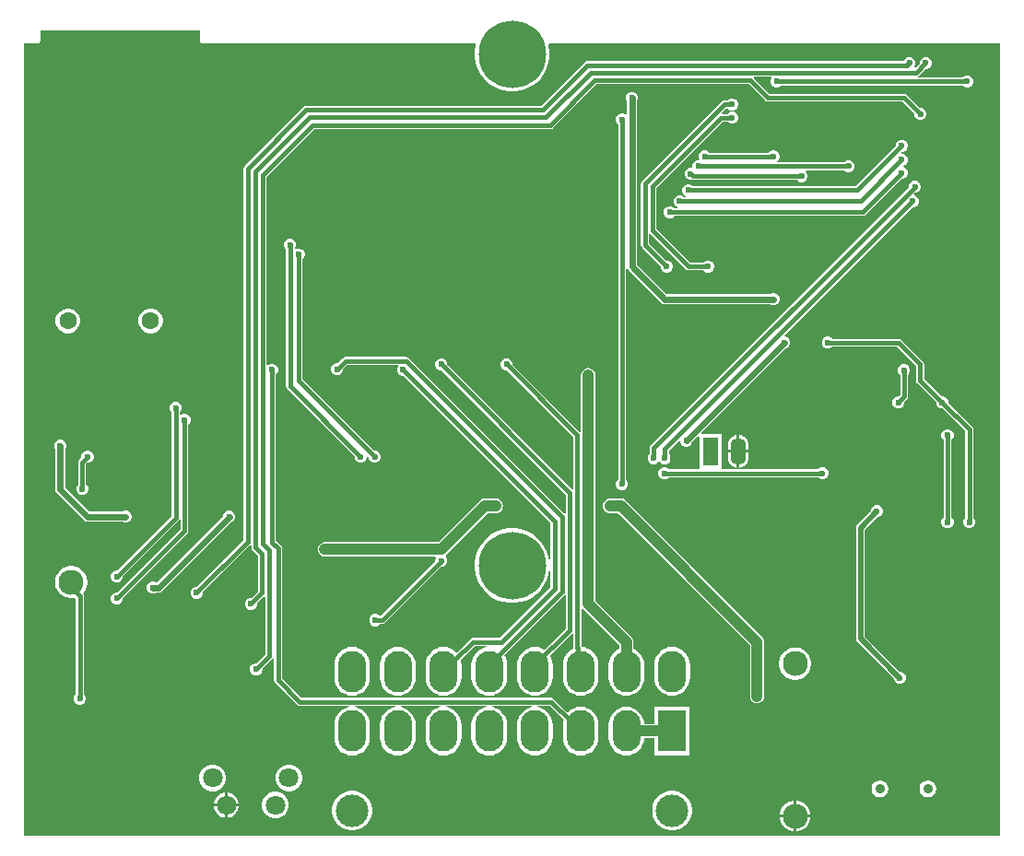
<source format=gbl>
G04*
G04 #@! TF.GenerationSoftware,Altium Limited,Altium Designer,22.10.1 (41)*
G04*
G04 Layer_Physical_Order=2*
G04 Layer_Color=6502151*
%FSLAX25Y25*%
%MOIN*%
G70*
G04*
G04 #@! TF.SameCoordinates,26C55208-6D98-4306-9539-90E50C8D8735*
G04*
G04*
G04 #@! TF.FilePolarity,Positive*
G04*
G01*
G75*
%ADD80C,0.03543*%
%ADD81C,0.09055*%
%ADD82C,0.24410*%
%ADD84C,0.11811*%
%ADD94C,0.02362*%
%ADD95C,0.01575*%
%ADD96C,0.03937*%
%ADD97C,0.01968*%
%ADD107C,0.01299*%
%ADD108R,0.03543X0.01968*%
%ADD109O,0.10236X0.14961*%
%ADD110R,0.10236X0.14961*%
%ADD111O,0.05512X0.09843*%
%ADD112R,0.05512X0.09843*%
%ADD113C,0.06299*%
%ADD114C,0.07087*%
%ADD115C,0.02362*%
G36*
X64339Y288386D02*
X64416Y287997D01*
X64636Y287668D01*
X64966Y287448D01*
X65354Y287370D01*
X84946D01*
X85039Y287370D01*
X85433Y287402D01*
X85433Y287402D01*
X163820D01*
X164114Y286997D01*
X163994Y286627D01*
X163661Y284527D01*
Y282402D01*
X163994Y280302D01*
X164651Y278281D01*
X165616Y276387D01*
X166865Y274667D01*
X168368Y273164D01*
X170088Y271915D01*
X171982Y270950D01*
X174003Y270293D01*
X176103Y269961D01*
X178228D01*
X180327Y270293D01*
X182349Y270950D01*
X184243Y271915D01*
X185963Y273164D01*
X187466Y274667D01*
X188715Y276387D01*
X189680Y278281D01*
X190337Y280302D01*
X190669Y282402D01*
Y284527D01*
X190337Y286627D01*
X190217Y286997D01*
X190510Y287402D01*
X353543D01*
Y787D01*
X787D01*
Y287370D01*
X5512D01*
X5900Y287448D01*
X6230Y287668D01*
X6450Y287997D01*
X6527Y288386D01*
Y292126D01*
X64339D01*
Y288386D01*
D02*
G37*
%LPC*%
G36*
X327205Y282496D02*
X326338D01*
X325536Y282164D01*
X324923Y281551D01*
X324590Y280749D01*
Y280138D01*
X322946Y278494D01*
X322855Y278512D01*
X322690Y279054D01*
X322715Y279080D01*
X323047Y279881D01*
Y280749D01*
X322715Y281551D01*
X322102Y282164D01*
X321300Y282496D01*
X320432D01*
X319631Y282164D01*
X319017Y281551D01*
X318766Y280944D01*
X204331D01*
X203788Y280837D01*
X203329Y280529D01*
X187602Y264803D01*
X102756D01*
X102214Y264695D01*
X101754Y264388D01*
X80494Y243128D01*
X80187Y242668D01*
X80079Y242126D01*
Y107674D01*
X63169Y90764D01*
X62558D01*
X61757Y90432D01*
X61143Y89818D01*
X60811Y89016D01*
Y88149D01*
X61143Y87347D01*
X61757Y86734D01*
X62558Y86402D01*
X63426D01*
X64228Y86734D01*
X64841Y87347D01*
X65173Y88149D01*
Y88760D01*
X82335Y105922D01*
X82835Y105714D01*
Y105118D01*
X82943Y104576D01*
X83250Y104116D01*
X85197Y102169D01*
Y89170D01*
X82854Y86827D01*
X82243D01*
X81442Y86495D01*
X80828Y85881D01*
X80496Y85079D01*
Y84212D01*
X80828Y83410D01*
X81442Y82797D01*
X82243Y82465D01*
X83111D01*
X83913Y82797D01*
X84526Y83410D01*
X84858Y84212D01*
Y84823D01*
X87453Y87418D01*
X87953Y87211D01*
Y66335D01*
X84823Y63205D01*
X84212D01*
X83410Y62873D01*
X82797Y62259D01*
X82465Y61458D01*
Y60590D01*
X82797Y59788D01*
X83410Y59175D01*
X84212Y58842D01*
X85079D01*
X85881Y59175D01*
X86495Y59788D01*
X86827Y60590D01*
Y61201D01*
X90372Y64746D01*
X90603Y65091D01*
X91103Y64967D01*
Y57087D01*
X91211Y56544D01*
X91518Y56085D01*
X99392Y48211D01*
X99851Y47903D01*
X100394Y47796D01*
X118275D01*
X118300Y47296D01*
X118033Y47269D01*
X116824Y46902D01*
X115709Y46306D01*
X114732Y45505D01*
X113930Y44527D01*
X113334Y43413D01*
X112967Y42203D01*
X112843Y40945D01*
Y36220D01*
X112967Y34962D01*
X113334Y33753D01*
X113930Y32638D01*
X114732Y31661D01*
X115709Y30859D01*
X116824Y30263D01*
X118033Y29896D01*
X119291Y29772D01*
X120549Y29896D01*
X121759Y30263D01*
X122874Y30859D01*
X123851Y31661D01*
X124653Y32638D01*
X125249Y33753D01*
X125616Y34962D01*
X125740Y36220D01*
Y40945D01*
X125616Y42203D01*
X125249Y43413D01*
X124653Y44527D01*
X123851Y45505D01*
X122874Y46306D01*
X121759Y46902D01*
X120549Y47269D01*
X120283Y47296D01*
X120307Y47796D01*
X134811D01*
X134835Y47296D01*
X134569Y47269D01*
X133359Y46902D01*
X132244Y46306D01*
X131267Y45505D01*
X130465Y44527D01*
X129869Y43413D01*
X129502Y42203D01*
X129378Y40945D01*
Y36220D01*
X129502Y34962D01*
X129869Y33753D01*
X130465Y32638D01*
X131267Y31661D01*
X132244Y30859D01*
X133359Y30263D01*
X134569Y29896D01*
X135827Y29772D01*
X137085Y29896D01*
X138294Y30263D01*
X139409Y30859D01*
X140386Y31661D01*
X141188Y32638D01*
X141784Y33753D01*
X142151Y34962D01*
X142275Y36220D01*
Y40945D01*
X142151Y42203D01*
X141784Y43413D01*
X141188Y44527D01*
X140386Y45505D01*
X139409Y46306D01*
X138294Y46902D01*
X137085Y47269D01*
X136818Y47296D01*
X136843Y47796D01*
X151346D01*
X151371Y47296D01*
X151104Y47269D01*
X149894Y46902D01*
X148780Y46306D01*
X147802Y45505D01*
X147001Y44527D01*
X146405Y43413D01*
X146038Y42203D01*
X145914Y40945D01*
Y36220D01*
X146038Y34962D01*
X146405Y33753D01*
X147001Y32638D01*
X147802Y31661D01*
X148780Y30859D01*
X149894Y30263D01*
X151104Y29896D01*
X152362Y29772D01*
X153620Y29896D01*
X154830Y30263D01*
X155945Y30859D01*
X156922Y31661D01*
X157724Y32638D01*
X158320Y33753D01*
X158687Y34962D01*
X158811Y36220D01*
Y40945D01*
X158687Y42203D01*
X158320Y43413D01*
X157724Y44527D01*
X156922Y45505D01*
X155945Y46306D01*
X154830Y46902D01*
X153620Y47269D01*
X153354Y47296D01*
X153378Y47796D01*
X167882D01*
X167906Y47296D01*
X167640Y47269D01*
X166430Y46902D01*
X165315Y46306D01*
X164338Y45505D01*
X163536Y44527D01*
X162940Y43413D01*
X162573Y42203D01*
X162449Y40945D01*
Y36220D01*
X162573Y34962D01*
X162940Y33753D01*
X163536Y32638D01*
X164338Y31661D01*
X165315Y30859D01*
X166430Y30263D01*
X167640Y29896D01*
X168898Y29772D01*
X170156Y29896D01*
X171365Y30263D01*
X172480Y30859D01*
X173457Y31661D01*
X174259Y32638D01*
X174855Y33753D01*
X175222Y34962D01*
X175346Y36220D01*
Y40945D01*
X175222Y42203D01*
X174855Y43413D01*
X174259Y44527D01*
X173457Y45505D01*
X172480Y46306D01*
X171365Y46902D01*
X170156Y47269D01*
X169889Y47296D01*
X169914Y47796D01*
X184417D01*
X184442Y47296D01*
X184175Y47269D01*
X182965Y46902D01*
X181851Y46306D01*
X180873Y45505D01*
X180071Y44527D01*
X179475Y43413D01*
X179109Y42203D01*
X178985Y40945D01*
Y36220D01*
X179109Y34962D01*
X179475Y33753D01*
X180071Y32638D01*
X180873Y31661D01*
X181851Y30859D01*
X182965Y30263D01*
X184175Y29896D01*
X185433Y29772D01*
X186691Y29896D01*
X187901Y30263D01*
X189016Y30859D01*
X189993Y31661D01*
X190795Y32638D01*
X191391Y33753D01*
X191758Y34962D01*
X191881Y36220D01*
Y40945D01*
X191758Y42203D01*
X191391Y43413D01*
X190795Y44527D01*
X189993Y45505D01*
X189016Y46306D01*
X187901Y46902D01*
X186691Y47269D01*
X186424Y47296D01*
X186449Y47796D01*
X190752D01*
X195807Y42740D01*
X195644Y42203D01*
X195520Y40945D01*
Y36220D01*
X195644Y34962D01*
X196011Y33753D01*
X196607Y32638D01*
X197409Y31661D01*
X198386Y30859D01*
X199501Y30263D01*
X200711Y29896D01*
X201969Y29772D01*
X203226Y29896D01*
X204436Y30263D01*
X205551Y30859D01*
X206528Y31661D01*
X207330Y32638D01*
X207926Y33753D01*
X208293Y34962D01*
X208417Y36220D01*
Y40945D01*
X208293Y42203D01*
X207926Y43413D01*
X207330Y44527D01*
X206528Y45505D01*
X205551Y46306D01*
X204436Y46902D01*
X203226Y47269D01*
X201969Y47393D01*
X200711Y47269D01*
X199501Y46902D01*
X198386Y46306D01*
X197409Y45505D01*
X197067Y45488D01*
X192341Y50215D01*
X191881Y50522D01*
X191339Y50630D01*
X100981D01*
X93937Y57674D01*
Y104724D01*
X93829Y105267D01*
X93522Y105726D01*
X91776Y107472D01*
Y167601D01*
X92208Y168033D01*
X92540Y168835D01*
Y169703D01*
X92208Y170504D01*
X91594Y171118D01*
X90793Y171450D01*
X89925D01*
X89123Y171118D01*
X88925Y170919D01*
X88425Y171126D01*
Y239177D01*
X105705Y256457D01*
X190945D01*
X191487Y256565D01*
X191947Y256872D01*
X207674Y272599D01*
X262799D01*
X268608Y266790D01*
X269068Y266483D01*
X269610Y266375D01*
X318235D01*
X322622Y261988D01*
Y261377D01*
X322954Y260576D01*
X323568Y259962D01*
X324369Y259630D01*
X325237D01*
X326039Y259962D01*
X326652Y260576D01*
X326984Y261377D01*
Y262245D01*
X326652Y263047D01*
X326039Y263660D01*
X325237Y263992D01*
X324626D01*
X319824Y268794D01*
X319365Y269101D01*
X318822Y269209D01*
X270197D01*
X264551Y274855D01*
X264758Y275355D01*
X270861D01*
X271052Y274893D01*
X270986Y274826D01*
X270654Y274024D01*
Y273157D01*
X270986Y272355D01*
X271599Y271742D01*
X272401Y271410D01*
X273269D01*
X274070Y271742D01*
X274518Y272189D01*
X340080D01*
X340497Y271773D01*
X341298Y271441D01*
X342166D01*
X342968Y271773D01*
X343581Y272387D01*
X343913Y273188D01*
Y274056D01*
X343581Y274857D01*
X342968Y275471D01*
X342166Y275803D01*
X341298D01*
X340497Y275471D01*
X340049Y275023D01*
X323945D01*
X323923Y275079D01*
X323862Y275523D01*
X324230Y275770D01*
X326594Y278134D01*
X327205D01*
X328007Y278466D01*
X328621Y279080D01*
X328953Y279881D01*
Y280749D01*
X328621Y281551D01*
X328007Y282164D01*
X327205Y282496D01*
D02*
G37*
G36*
X257127Y267535D02*
X256259D01*
X255457Y267203D01*
X255025Y266771D01*
X253937D01*
X253395Y266664D01*
X252935Y266356D01*
X224195Y237616D01*
X223888Y237156D01*
X223780Y236614D01*
Y214567D01*
X223888Y214025D01*
X224195Y213565D01*
X230890Y206870D01*
Y206259D01*
X231222Y205457D01*
X231835Y204844D01*
X232637Y204512D01*
X233505D01*
X234306Y204844D01*
X234920Y205457D01*
X235252Y206259D01*
Y207127D01*
X234920Y207928D01*
X234306Y208542D01*
X233505Y208874D01*
X232894D01*
X226614Y215154D01*
Y218313D01*
X227114Y218520D01*
X239943Y205691D01*
X240403Y205384D01*
X240945Y205276D01*
X246364D01*
X246796Y204844D01*
X247598Y204512D01*
X248465D01*
X249267Y204844D01*
X249881Y205457D01*
X250213Y206259D01*
Y207127D01*
X249881Y207928D01*
X249267Y208542D01*
X248465Y208874D01*
X247598D01*
X246796Y208542D01*
X246364Y208110D01*
X241532D01*
X229370Y220272D01*
Y235240D01*
X253146Y259016D01*
X255042D01*
X255474Y258584D01*
X256275Y258252D01*
X257143D01*
X257945Y258584D01*
X258558Y259198D01*
X258890Y259999D01*
Y260867D01*
X258558Y261669D01*
X257945Y262282D01*
X257143Y262614D01*
X256275D01*
X255474Y262282D01*
X255042Y261850D01*
X253144D01*
X252937Y262350D01*
X254524Y263937D01*
X255025D01*
X255457Y263505D01*
X256259Y263173D01*
X257127D01*
X257928Y263505D01*
X258542Y264119D01*
X258874Y264920D01*
Y265788D01*
X258542Y266590D01*
X257928Y267203D01*
X257127Y267535D01*
D02*
G37*
G36*
X220906Y269898D02*
X220039D01*
X219237Y269566D01*
X218623Y268952D01*
X218291Y268150D01*
Y267283D01*
X218623Y266481D01*
X218654Y266450D01*
Y261855D01*
X218192Y261664D01*
X218165Y261692D01*
X217363Y262024D01*
X216495D01*
X215694Y261692D01*
X215080Y261078D01*
X214748Y260276D01*
Y259409D01*
X215080Y258607D01*
X215512Y258175D01*
Y129620D01*
X215080Y129188D01*
X214748Y128387D01*
Y127519D01*
X215080Y126717D01*
X215694Y126104D01*
X216495Y125772D01*
X217363D01*
X218165Y126104D01*
X218778Y126717D01*
X219110Y127519D01*
Y128387D01*
X218778Y129188D01*
X218346Y129620D01*
Y205834D01*
X218488Y205886D01*
X218846Y205917D01*
X219187Y205407D01*
X230998Y193596D01*
X231588Y193202D01*
X232283Y193063D01*
X270387D01*
X270418Y193033D01*
X271220Y192701D01*
X272087D01*
X272889Y193033D01*
X273503Y193646D01*
X273835Y194448D01*
Y195316D01*
X273503Y196117D01*
X272889Y196731D01*
X272087Y197063D01*
X271220D01*
X270418Y196731D01*
X270387Y196700D01*
X233037D01*
X222291Y207446D01*
Y266450D01*
X222322Y266481D01*
X222654Y267283D01*
Y268150D01*
X222322Y268952D01*
X221708Y269566D01*
X220906Y269898D01*
D02*
G37*
G36*
X272087Y248638D02*
X271220D01*
X270418Y248306D01*
X269986Y247874D01*
X248518D01*
X248086Y248306D01*
X247284Y248638D01*
X246416D01*
X245615Y248306D01*
X245001Y247692D01*
X244669Y246890D01*
Y246023D01*
X244847Y245595D01*
X244513Y245094D01*
X244054D01*
X243253Y244762D01*
X242639Y244149D01*
X242307Y243347D01*
Y242800D01*
X242199Y242447D01*
X241845Y242339D01*
X241298D01*
X240497Y242006D01*
X239883Y241393D01*
X239551Y240591D01*
Y239724D01*
X239883Y238922D01*
X240497Y238308D01*
X241298Y237976D01*
X242166D01*
X242312Y238037D01*
X242733Y237953D01*
X280222D01*
X280654Y237521D01*
X281456Y237189D01*
X282324D01*
X283125Y237521D01*
X283739Y238135D01*
X284071Y238936D01*
Y239804D01*
X283739Y240606D01*
X283348Y240996D01*
X283555Y241496D01*
X297151D01*
X297583Y241064D01*
X298385Y240732D01*
X299253D01*
X300054Y241064D01*
X300668Y241678D01*
X301000Y242479D01*
Y243347D01*
X300668Y244149D01*
X300054Y244762D01*
X299253Y245094D01*
X298385D01*
X297583Y244762D01*
X297151Y244330D01*
X273319D01*
X273112Y244830D01*
X273503Y245221D01*
X273835Y246023D01*
Y246890D01*
X273503Y247692D01*
X272889Y248306D01*
X272087Y248638D01*
D02*
G37*
G36*
X318544Y252575D02*
X317676D01*
X316875Y252243D01*
X316261Y251629D01*
X315929Y250828D01*
Y250217D01*
X301382Y235669D01*
X242612D01*
X242180Y236101D01*
X241379Y236433D01*
X240511D01*
X239709Y236101D01*
X239096Y235488D01*
X238764Y234686D01*
Y233818D01*
X239096Y233016D01*
X239709Y232403D01*
X240122Y232232D01*
X240023Y231732D01*
X239463D01*
X239031Y232164D01*
X238229Y232496D01*
X237361D01*
X236560Y232164D01*
X235946Y231551D01*
X235614Y230749D01*
Y229881D01*
X235946Y229080D01*
X236560Y228466D01*
X236972Y228295D01*
X236873Y227795D01*
X235919D01*
X235488Y228227D01*
X234686Y228559D01*
X233818D01*
X233016Y228227D01*
X232403Y227613D01*
X232071Y226812D01*
Y225944D01*
X232403Y225143D01*
X233016Y224529D01*
X233818Y224197D01*
X234686D01*
X235488Y224529D01*
X235919Y224961D01*
X303937D01*
X304479Y225069D01*
X304939Y225376D01*
X317933Y238370D01*
X318544D01*
X319346Y238702D01*
X319959Y239316D01*
X320291Y240117D01*
Y240985D01*
X319959Y241787D01*
X319346Y242400D01*
X318760Y242643D01*
Y243184D01*
X319346Y243426D01*
X319959Y244040D01*
X320291Y244842D01*
Y245709D01*
X319959Y246511D01*
X319346Y247125D01*
X318544Y247457D01*
X318094D01*
X317872Y247952D01*
X318074Y248213D01*
X318544D01*
X319346Y248545D01*
X319959Y249158D01*
X320291Y249960D01*
Y250828D01*
X319959Y251629D01*
X319346Y252243D01*
X318544Y252575D01*
D02*
G37*
G36*
X47042Y191457D02*
X45871D01*
X44739Y191154D01*
X43725Y190568D01*
X42897Y189740D01*
X42311Y188725D01*
X42008Y187594D01*
Y186422D01*
X42311Y185291D01*
X42897Y184276D01*
X43725Y183448D01*
X44739Y182862D01*
X45871Y182559D01*
X47042D01*
X48174Y182862D01*
X49188Y183448D01*
X50017Y184276D01*
X50602Y185291D01*
X50906Y186422D01*
Y187594D01*
X50602Y188725D01*
X50017Y189740D01*
X49188Y190568D01*
X48174Y191154D01*
X47042Y191457D01*
D02*
G37*
G36*
X17121D02*
X15950D01*
X14818Y191154D01*
X13804Y190568D01*
X12976Y189740D01*
X12390Y188725D01*
X12087Y187594D01*
Y186422D01*
X12390Y185291D01*
X12976Y184276D01*
X13804Y183448D01*
X14818Y182862D01*
X15950Y182559D01*
X17121D01*
X18253Y182862D01*
X19267Y183448D01*
X20095Y184276D01*
X20681Y185291D01*
X20984Y186422D01*
Y187594D01*
X20681Y188725D01*
X20095Y189740D01*
X19267Y190568D01*
X18253Y191154D01*
X17121Y191457D01*
D02*
G37*
G36*
X319332Y171260D02*
X318464D01*
X317662Y170928D01*
X317049Y170314D01*
X316717Y169513D01*
Y168645D01*
X317049Y167843D01*
X317481Y167411D01*
Y160265D01*
X316878Y159661D01*
X316479D01*
X315678Y159329D01*
X315064Y158716D01*
X314732Y157914D01*
Y157046D01*
X315064Y156245D01*
X315678Y155631D01*
X316479Y155299D01*
X317347D01*
X318149Y155631D01*
X318762Y156245D01*
X319094Y157046D01*
Y157871D01*
X319900Y158676D01*
X320207Y159135D01*
X320315Y159678D01*
Y167411D01*
X320747Y167843D01*
X321079Y168645D01*
Y169513D01*
X320747Y170314D01*
X320133Y170928D01*
X319332Y171260D01*
D02*
G37*
G36*
X259437Y145652D02*
Y140264D01*
X262725D01*
Y141929D01*
X262596Y142910D01*
X262218Y143823D01*
X261616Y144608D01*
X260831Y145210D01*
X259917Y145588D01*
X259437Y145652D01*
D02*
G37*
G36*
X258437D02*
X257957Y145588D01*
X257043Y145210D01*
X256258Y144608D01*
X255656Y143823D01*
X255278Y142910D01*
X255149Y141929D01*
Y140264D01*
X258437D01*
Y145652D01*
D02*
G37*
G36*
X97284Y216748D02*
X96416D01*
X95615Y216416D01*
X95001Y215802D01*
X94669Y215001D01*
Y214133D01*
X95001Y213331D01*
X95433Y212899D01*
Y163386D01*
X95541Y162844D01*
X95848Y162384D01*
X120260Y137972D01*
Y137361D01*
X120592Y136560D01*
X121205Y135946D01*
X122007Y135614D01*
X122875D01*
X123676Y135946D01*
X124290Y136560D01*
X124622Y137361D01*
Y137811D01*
X125117Y138034D01*
X125378Y137831D01*
Y137361D01*
X125710Y136560D01*
X126324Y135946D01*
X127125Y135614D01*
X127993D01*
X128795Y135946D01*
X129408Y136560D01*
X129740Y137361D01*
Y138229D01*
X129408Y139031D01*
X128795Y139644D01*
X127993Y139976D01*
X127382D01*
X101417Y165941D01*
Y209356D01*
X101849Y209788D01*
X102181Y210590D01*
Y211457D01*
X101849Y212259D01*
X101235Y212873D01*
X100434Y213205D01*
X99566D01*
X99060Y212995D01*
X98851Y213190D01*
X98727Y213398D01*
X99032Y214133D01*
Y215001D01*
X98699Y215802D01*
X98086Y216416D01*
X97284Y216748D01*
D02*
G37*
G36*
X262725Y139264D02*
X259437D01*
Y133876D01*
X259917Y133939D01*
X260831Y134318D01*
X261616Y134920D01*
X262218Y135704D01*
X262596Y136618D01*
X262725Y137598D01*
Y139264D01*
D02*
G37*
G36*
X258437D02*
X255149D01*
Y137598D01*
X255278Y136618D01*
X255656Y135704D01*
X256258Y134920D01*
X257043Y134318D01*
X257957Y133939D01*
X258437Y133876D01*
Y139264D01*
D02*
G37*
G36*
X323269Y237614D02*
X322401D01*
X321599Y237282D01*
X320986Y236669D01*
X320654Y235867D01*
Y235256D01*
X227344Y141947D01*
X227037Y141487D01*
X226929Y140945D01*
Y139069D01*
X226497Y138637D01*
X226165Y137835D01*
Y136968D01*
X226497Y136166D01*
X227111Y135553D01*
X227913Y135221D01*
X228780D01*
X229582Y135553D01*
X229988Y135959D01*
X230315Y136111D01*
X230642Y135959D01*
X231048Y135553D01*
X231850Y135221D01*
X232717D01*
X233519Y135553D01*
X234133Y136166D01*
X234465Y136968D01*
Y137835D01*
X234133Y138637D01*
X233851Y138918D01*
Y140115D01*
X237476Y143740D01*
X237976Y143533D01*
Y143267D01*
X238308Y142465D01*
X238922Y141852D01*
X239724Y141520D01*
X240591D01*
X241393Y141852D01*
X242006Y142465D01*
X242339Y143267D01*
Y143310D01*
X244420Y145392D01*
X244882Y145200D01*
Y133807D01*
X244882Y133543D01*
X244480Y133307D01*
X233951D01*
X233519Y133739D01*
X232717Y134071D01*
X231850D01*
X231048Y133739D01*
X230434Y133125D01*
X230102Y132324D01*
Y131456D01*
X230434Y130654D01*
X231048Y130041D01*
X231850Y129709D01*
X232717D01*
X233519Y130041D01*
X233951Y130473D01*
X287702D01*
X288135Y130041D01*
X288936Y129709D01*
X289804D01*
X290606Y130041D01*
X291219Y130654D01*
X291551Y131456D01*
Y132324D01*
X291219Y133125D01*
X290606Y133739D01*
X289804Y134071D01*
X288936D01*
X288135Y133739D01*
X287702Y133307D01*
X253394D01*
X252992Y133543D01*
X252992Y133807D01*
Y145984D01*
X245666D01*
X245475Y146446D01*
X275981Y176953D01*
X276024D01*
X276826Y177285D01*
X277440Y177898D01*
X277772Y178700D01*
Y179568D01*
X277440Y180369D01*
X276826Y180983D01*
X276024Y181315D01*
X275758D01*
X275551Y181815D01*
X321870Y228134D01*
X322481D01*
X323283Y228466D01*
X323896Y229080D01*
X324228Y229881D01*
Y230749D01*
X323896Y231551D01*
X323283Y232164D01*
X322611Y232442D01*
X322458Y232921D01*
X322723Y233252D01*
X323269D01*
X324070Y233584D01*
X324684Y234198D01*
X325016Y234999D01*
Y235867D01*
X324684Y236669D01*
X324070Y237282D01*
X323269Y237614D01*
D02*
G37*
G36*
X24072Y139976D02*
X23204D01*
X22402Y139644D01*
X21789Y139031D01*
X21457Y138229D01*
Y137618D01*
X20652Y136813D01*
X20344Y136353D01*
X20236Y135811D01*
Y127864D01*
X19805Y127432D01*
X19472Y126631D01*
Y125763D01*
X19805Y124961D01*
X20418Y124348D01*
X21220Y124016D01*
X22087D01*
X22889Y124348D01*
X23503Y124961D01*
X23835Y125763D01*
Y126631D01*
X23503Y127432D01*
X23070Y127864D01*
Y135224D01*
X23461Y135614D01*
X24072D01*
X24873Y135946D01*
X25487Y136560D01*
X25819Y137361D01*
Y138229D01*
X25487Y139031D01*
X24873Y139644D01*
X24072Y139976D01*
D02*
G37*
G36*
X14213Y143913D02*
X13346D01*
X12544Y143581D01*
X11930Y142968D01*
X11598Y142166D01*
Y141298D01*
X11930Y140497D01*
X11961Y140466D01*
Y125984D01*
X12100Y125288D01*
X12494Y124698D01*
X22336Y114856D01*
X22926Y114462D01*
X23622Y114323D01*
X36135D01*
X36166Y114293D01*
X36968Y113961D01*
X37835D01*
X38637Y114293D01*
X39251Y114906D01*
X39583Y115708D01*
Y116576D01*
X39251Y117377D01*
X38637Y117991D01*
X37835Y118323D01*
X36968D01*
X36166Y117991D01*
X36135Y117960D01*
X24375D01*
X15598Y126737D01*
Y140466D01*
X15629Y140497D01*
X15961Y141298D01*
Y142166D01*
X15629Y142968D01*
X15015Y143581D01*
X14213Y143913D01*
D02*
G37*
G36*
X291772Y181315D02*
X290905D01*
X290103Y180983D01*
X289490Y180369D01*
X289158Y179568D01*
Y178700D01*
X289490Y177898D01*
X290103Y177285D01*
X290905Y176953D01*
X291772D01*
X292574Y177285D01*
X293006Y177717D01*
X316342D01*
X323311Y170748D01*
Y165430D01*
X323419Y164887D01*
X323726Y164428D01*
X330496Y157658D01*
Y157046D01*
X330828Y156245D01*
X331442Y155631D01*
X332243Y155299D01*
X332854D01*
X341103Y147051D01*
Y115841D01*
X340671Y115409D01*
X340339Y114607D01*
Y113739D01*
X340671Y112938D01*
X341284Y112324D01*
X342086Y111992D01*
X342953D01*
X343755Y112324D01*
X344369Y112938D01*
X344701Y113739D01*
Y114607D01*
X344369Y115409D01*
X343937Y115841D01*
Y147638D01*
X343829Y148180D01*
X343522Y148640D01*
X334858Y157303D01*
Y157914D01*
X334526Y158716D01*
X333913Y159329D01*
X333111Y159661D01*
X332500D01*
X326145Y166017D01*
Y171335D01*
X326037Y171877D01*
X325730Y172337D01*
X317931Y180136D01*
X317471Y180443D01*
X316929Y180551D01*
X293006D01*
X292574Y180983D01*
X291772Y181315D01*
D02*
G37*
G36*
X335080Y147850D02*
X334212D01*
X333410Y147518D01*
X332797Y146905D01*
X332465Y146103D01*
Y145235D01*
X332797Y144434D01*
X333229Y144002D01*
Y115841D01*
X332797Y115409D01*
X332465Y114607D01*
Y113739D01*
X332797Y112938D01*
X333410Y112324D01*
X334212Y111992D01*
X335080D01*
X335881Y112324D01*
X336495Y112938D01*
X336827Y113739D01*
Y114607D01*
X336495Y115409D01*
X336063Y115841D01*
Y144002D01*
X336495Y144434D01*
X336827Y145235D01*
Y146103D01*
X336495Y146905D01*
X335881Y147518D01*
X335080Y147850D01*
D02*
G37*
G36*
X138841Y173993D02*
X116936D01*
X116393Y173885D01*
X115934Y173578D01*
X114089Y171733D01*
X113478D01*
X112677Y171402D01*
X112063Y170788D01*
X111731Y169986D01*
Y169119D01*
X112063Y168317D01*
X112677Y167703D01*
X113478Y167371D01*
X114346D01*
X115148Y167703D01*
X115761Y168317D01*
X116093Y169119D01*
Y169730D01*
X117523Y171159D01*
X135871D01*
X136079Y170659D01*
X135946Y170527D01*
X135614Y169725D01*
Y168858D01*
X135946Y168056D01*
X136560Y167442D01*
X137361Y167110D01*
X137972D01*
X191103Y113980D01*
Y99948D01*
X190603Y99908D01*
X190337Y101587D01*
X189680Y103609D01*
X188715Y105503D01*
X187466Y107222D01*
X185963Y108725D01*
X184243Y109975D01*
X182349Y110940D01*
X180327Y111597D01*
X178228Y111929D01*
X176103D01*
X174003Y111597D01*
X171982Y110940D01*
X170088Y109975D01*
X168368Y108725D01*
X166865Y107222D01*
X165616Y105503D01*
X164651Y103609D01*
X163994Y101587D01*
X163661Y99488D01*
Y97362D01*
X163994Y95263D01*
X164651Y93242D01*
X165616Y91348D01*
X166865Y89628D01*
X168368Y88125D01*
X170088Y86876D01*
X171982Y85911D01*
X174003Y85254D01*
X176103Y84921D01*
X178228D01*
X180327Y85254D01*
X182349Y85911D01*
X184243Y86876D01*
X185963Y88125D01*
X187466Y89628D01*
X188715Y91348D01*
X189680Y93242D01*
X190337Y95263D01*
X190603Y96942D01*
X191103Y96903D01*
Y90744D01*
X172641Y72283D01*
X162992D01*
X162450Y72175D01*
X161990Y71868D01*
X157263Y67141D01*
X156922Y67158D01*
X155945Y67960D01*
X154830Y68556D01*
X153620Y68923D01*
X152362Y69047D01*
X151104Y68923D01*
X149894Y68556D01*
X148780Y67960D01*
X147802Y67158D01*
X147001Y66181D01*
X146405Y65066D01*
X146038Y63856D01*
X145914Y62598D01*
Y57874D01*
X146038Y56616D01*
X146405Y55406D01*
X147001Y54291D01*
X147802Y53314D01*
X148780Y52512D01*
X149894Y51916D01*
X151104Y51550D01*
X152362Y51426D01*
X153620Y51550D01*
X154830Y51916D01*
X155945Y52512D01*
X156922Y53314D01*
X157724Y54291D01*
X158320Y55406D01*
X158687Y56616D01*
X158811Y57874D01*
Y62598D01*
X158687Y63856D01*
X158524Y64394D01*
X163579Y69449D01*
X167882D01*
X167906Y68949D01*
X167640Y68923D01*
X166430Y68556D01*
X165315Y67960D01*
X164338Y67158D01*
X163536Y66181D01*
X162940Y65066D01*
X162573Y63856D01*
X162449Y62598D01*
Y57874D01*
X162573Y56616D01*
X162940Y55406D01*
X163536Y54291D01*
X164338Y53314D01*
X165315Y52512D01*
X166430Y51916D01*
X167640Y51550D01*
X168898Y51426D01*
X170156Y51550D01*
X171365Y51916D01*
X172480Y52512D01*
X173457Y53314D01*
X174259Y54291D01*
X174855Y55406D01*
X175222Y56616D01*
X175346Y57874D01*
Y62598D01*
X175222Y63856D01*
X174855Y65066D01*
X174338Y66034D01*
X196115Y87811D01*
X196615Y87604D01*
Y75784D01*
X188869Y68038D01*
X187901Y68556D01*
X186691Y68923D01*
X185433Y69047D01*
X184175Y68923D01*
X182965Y68556D01*
X181851Y67960D01*
X180873Y67158D01*
X180071Y66181D01*
X179475Y65066D01*
X179109Y63856D01*
X178985Y62598D01*
Y57874D01*
X179109Y56616D01*
X179475Y55406D01*
X180071Y54291D01*
X180873Y53314D01*
X181851Y52512D01*
X182965Y51916D01*
X184175Y51550D01*
X185433Y51426D01*
X186691Y51550D01*
X187901Y51916D01*
X189016Y52512D01*
X189993Y53314D01*
X190795Y54291D01*
X191391Y55406D01*
X191758Y56616D01*
X191881Y57874D01*
Y62598D01*
X191758Y63856D01*
X191391Y65066D01*
X190873Y66034D01*
X198870Y74032D01*
X199370Y73825D01*
Y68898D01*
X199396Y68769D01*
Y68500D01*
X198386Y67960D01*
X197409Y67158D01*
X196607Y66181D01*
X196011Y65066D01*
X195644Y63856D01*
X195520Y62598D01*
Y57874D01*
X195644Y56616D01*
X196011Y55406D01*
X196607Y54291D01*
X197409Y53314D01*
X198386Y52512D01*
X199501Y51916D01*
X200711Y51550D01*
X201969Y51426D01*
X203226Y51550D01*
X204436Y51916D01*
X205551Y52512D01*
X206528Y53314D01*
X207330Y54291D01*
X207926Y55406D01*
X208293Y56616D01*
X208417Y57874D01*
Y62598D01*
X208293Y63856D01*
X207926Y65066D01*
X207330Y66181D01*
X206528Y67158D01*
X205551Y67960D01*
X204436Y68556D01*
X203226Y68923D01*
X202204Y69024D01*
Y82885D01*
X202704Y83055D01*
X202891Y82812D01*
X215911Y69792D01*
Y68489D01*
X214921Y67960D01*
X213944Y67158D01*
X213142Y66181D01*
X212546Y65066D01*
X212179Y63856D01*
X212055Y62598D01*
Y57874D01*
X212179Y56616D01*
X212546Y55406D01*
X213142Y54291D01*
X213944Y53314D01*
X214921Y52512D01*
X216036Y51916D01*
X217246Y51550D01*
X218504Y51426D01*
X219762Y51550D01*
X220972Y51916D01*
X222086Y52512D01*
X223064Y53314D01*
X223866Y54291D01*
X224461Y55406D01*
X224828Y56616D01*
X224952Y57874D01*
Y62598D01*
X224828Y63856D01*
X224461Y65066D01*
X223866Y66181D01*
X223064Y67158D01*
X222086Y67960D01*
X221097Y68489D01*
Y70866D01*
X221097Y70866D01*
X221009Y71537D01*
X220749Y72163D01*
X220338Y72700D01*
X220337Y72700D01*
X207317Y85720D01*
Y159449D01*
Y163386D01*
Y167323D01*
X207229Y167994D01*
X206970Y168619D01*
X206558Y169156D01*
X206021Y169569D01*
X205396Y169827D01*
X204724Y169916D01*
X204053Y169827D01*
X203428Y169569D01*
X202891Y169156D01*
X202479Y168619D01*
X202220Y167994D01*
X202131Y167323D01*
Y163386D01*
Y159449D01*
Y147036D01*
X201631Y146829D01*
X177378Y171083D01*
Y171694D01*
X177046Y172495D01*
X176432Y173109D01*
X175631Y173441D01*
X174763D01*
X173961Y173109D01*
X173348Y172495D01*
X173016Y171694D01*
Y170826D01*
X173348Y170024D01*
X173961Y169411D01*
X174763Y169079D01*
X175374D01*
X199370Y145082D01*
Y126175D01*
X198870Y125968D01*
X153756Y171083D01*
Y171694D01*
X153424Y172495D01*
X152810Y173109D01*
X152009Y173441D01*
X151141D01*
X150339Y173109D01*
X149726Y172495D01*
X149394Y171694D01*
Y170826D01*
X149726Y170024D01*
X150339Y169411D01*
X151141Y169079D01*
X151752D01*
X196615Y124216D01*
Y117514D01*
X196115Y117307D01*
X139843Y173578D01*
X139383Y173885D01*
X138841Y173993D01*
D02*
G37*
G36*
X75237Y118323D02*
X74369D01*
X73568Y117991D01*
X72954Y117377D01*
X72622Y116576D01*
Y116532D01*
X48485Y92395D01*
X48480Y92400D01*
X47678Y92732D01*
X46810D01*
X46009Y92400D01*
X45395Y91787D01*
X45063Y90985D01*
Y90117D01*
X45395Y89316D01*
X46009Y88702D01*
X46810Y88370D01*
X47678D01*
X48480Y88702D01*
X48510Y88733D01*
X49213D01*
X49909Y88871D01*
X50498Y89265D01*
X75194Y113961D01*
X75237D01*
X76039Y114293D01*
X76652Y114906D01*
X76984Y115708D01*
Y116576D01*
X76652Y117377D01*
X76039Y117991D01*
X75237Y118323D01*
D02*
G37*
G36*
X55946Y157693D02*
X55078D01*
X54276Y157361D01*
X53663Y156747D01*
X53331Y155946D01*
Y155078D01*
X53663Y154276D01*
X54095Y153844D01*
Y116335D01*
X34429Y96669D01*
X33818D01*
X33016Y96337D01*
X32403Y95724D01*
X32071Y94922D01*
Y94054D01*
X32403Y93253D01*
X33016Y92639D01*
X33818Y92307D01*
X34686D01*
X35487Y92639D01*
X36101Y93253D01*
X36433Y94054D01*
Y94665D01*
X56514Y114746D01*
X56744Y115091D01*
X57244Y114967D01*
Y111611D01*
X34429Y88795D01*
X33818D01*
X33016Y88463D01*
X32403Y87850D01*
X32071Y87048D01*
Y86180D01*
X32403Y85379D01*
X33016Y84765D01*
X33818Y84433D01*
X34686D01*
X35487Y84765D01*
X36101Y85379D01*
X36433Y86180D01*
Y86791D01*
X59663Y110022D01*
X59971Y110481D01*
X60078Y111024D01*
Y149514D01*
X60510Y149946D01*
X60843Y150747D01*
Y151615D01*
X60510Y152417D01*
X59897Y153030D01*
X59095Y153362D01*
X58228D01*
X57426Y153030D01*
X57391Y152995D01*
X56929Y153186D01*
Y153844D01*
X57361Y154276D01*
X57693Y155078D01*
Y155946D01*
X57361Y156747D01*
X56747Y157361D01*
X55946Y157693D01*
D02*
G37*
G36*
X167323Y122672D02*
X166652Y122583D01*
X166026Y122324D01*
X165489Y121912D01*
X165489Y121912D01*
X150501Y106924D01*
X109449D01*
X108778Y106835D01*
X108152Y106576D01*
X107615Y106164D01*
X107203Y105627D01*
X106944Y105002D01*
X106856Y104331D01*
X106944Y103660D01*
X107203Y103034D01*
X107615Y102497D01*
X108152Y102085D01*
X108778Y101826D01*
X109449Y101738D01*
X149410D01*
X149668Y101238D01*
X149410Y100615D01*
Y100004D01*
X129563Y80157D01*
X129364D01*
X128932Y80589D01*
X128131Y80921D01*
X127263D01*
X126461Y80589D01*
X125848Y79976D01*
X125516Y79174D01*
Y78306D01*
X125848Y77505D01*
X126461Y76891D01*
X127263Y76559D01*
X128131D01*
X128932Y76891D01*
X129364Y77323D01*
X130150D01*
X130693Y77431D01*
X131152Y77738D01*
X151414Y98000D01*
X152025D01*
X152827Y98332D01*
X153440Y98946D01*
X153772Y99747D01*
Y100615D01*
X153440Y101417D01*
X153170Y101687D01*
X153215Y102349D01*
X153408Y102497D01*
X168397Y117486D01*
X171260D01*
X171931Y117574D01*
X172556Y117833D01*
X173093Y118245D01*
X173505Y118782D01*
X173765Y119408D01*
X173853Y120079D01*
X173765Y120750D01*
X173505Y121375D01*
X173093Y121912D01*
X172556Y122324D01*
X171931Y122583D01*
X171260Y122672D01*
X167323D01*
X167323Y122672D01*
D02*
G37*
G36*
X280101Y68819D02*
X278954D01*
X277828Y68595D01*
X276767Y68156D01*
X275813Y67518D01*
X275002Y66707D01*
X274364Y65752D01*
X273925Y64692D01*
X273701Y63566D01*
Y62418D01*
X273925Y61292D01*
X274364Y60232D01*
X275002Y59278D01*
X275813Y58466D01*
X276767Y57828D01*
X277828Y57389D01*
X278954Y57165D01*
X280101D01*
X281227Y57389D01*
X282288Y57828D01*
X283242Y58466D01*
X284053Y59278D01*
X284691Y60232D01*
X285130Y61292D01*
X285354Y62418D01*
Y63566D01*
X285130Y64692D01*
X284691Y65752D01*
X284053Y66707D01*
X283242Y67518D01*
X282288Y68156D01*
X281227Y68595D01*
X280101Y68819D01*
D02*
G37*
G36*
X309489Y120291D02*
X308621D01*
X307820Y119959D01*
X307206Y119346D01*
X306874Y118544D01*
Y118217D01*
X302006Y113349D01*
X301655Y112824D01*
X301532Y112205D01*
Y72047D01*
X301655Y71428D01*
X302006Y70903D01*
X315142Y57767D01*
Y57440D01*
X315474Y56638D01*
X316087Y56025D01*
X316889Y55693D01*
X317757D01*
X318558Y56025D01*
X319172Y56638D01*
X319504Y57440D01*
Y58308D01*
X319172Y59109D01*
X318558Y59723D01*
X317757Y60055D01*
X317429D01*
X304767Y72717D01*
Y111535D01*
X309162Y115929D01*
X309489D01*
X310291Y116261D01*
X310904Y116875D01*
X311236Y117676D01*
Y118544D01*
X310904Y119346D01*
X310291Y119959D01*
X309489Y120291D01*
D02*
G37*
G36*
X235039Y69047D02*
X233781Y68923D01*
X232572Y68556D01*
X231457Y67960D01*
X230480Y67158D01*
X229678Y66181D01*
X229082Y65066D01*
X228715Y63856D01*
X228591Y62598D01*
Y57874D01*
X228715Y56616D01*
X229082Y55406D01*
X229678Y54291D01*
X230480Y53314D01*
X231457Y52512D01*
X232572Y51916D01*
X233781Y51550D01*
X235039Y51426D01*
X236297Y51550D01*
X237507Y51916D01*
X238622Y52512D01*
X239599Y53314D01*
X240401Y54291D01*
X240997Y55406D01*
X241364Y56616D01*
X241488Y57874D01*
Y62598D01*
X241364Y63856D01*
X240997Y65066D01*
X240401Y66181D01*
X239599Y67158D01*
X238622Y67960D01*
X237507Y68556D01*
X236297Y68923D01*
X235039Y69047D01*
D02*
G37*
G36*
X135827D02*
X134569Y68923D01*
X133359Y68556D01*
X132244Y67960D01*
X131267Y67158D01*
X130465Y66181D01*
X129869Y65066D01*
X129502Y63856D01*
X129378Y62598D01*
Y57874D01*
X129502Y56616D01*
X129869Y55406D01*
X130465Y54291D01*
X131267Y53314D01*
X132244Y52512D01*
X133359Y51916D01*
X134569Y51550D01*
X135827Y51426D01*
X137085Y51550D01*
X138294Y51916D01*
X139409Y52512D01*
X140386Y53314D01*
X141188Y54291D01*
X141784Y55406D01*
X142151Y56616D01*
X142275Y57874D01*
Y62598D01*
X142151Y63856D01*
X141784Y65066D01*
X141188Y66181D01*
X140386Y67158D01*
X139409Y67960D01*
X138294Y68556D01*
X137085Y68923D01*
X135827Y69047D01*
D02*
G37*
G36*
X119291D02*
X118033Y68923D01*
X116824Y68556D01*
X115709Y67960D01*
X114732Y67158D01*
X113930Y66181D01*
X113334Y65066D01*
X112967Y63856D01*
X112843Y62598D01*
Y57874D01*
X112967Y56616D01*
X113334Y55406D01*
X113930Y54291D01*
X114732Y53314D01*
X115709Y52512D01*
X116824Y51916D01*
X118033Y51550D01*
X119291Y51426D01*
X120549Y51550D01*
X121759Y51916D01*
X122874Y52512D01*
X123851Y53314D01*
X124653Y54291D01*
X125249Y55406D01*
X125616Y56616D01*
X125740Y57874D01*
Y62598D01*
X125616Y63856D01*
X125249Y65066D01*
X124653Y66181D01*
X123851Y67158D01*
X122874Y67960D01*
X121759Y68556D01*
X120549Y68923D01*
X119291Y69047D01*
D02*
G37*
G36*
X216535Y122672D02*
X216535Y122672D01*
X212598D01*
X211927Y122583D01*
X211302Y122324D01*
X210765Y121912D01*
X210353Y121375D01*
X210094Y120750D01*
X210005Y120079D01*
X210094Y119408D01*
X210353Y118782D01*
X210765Y118245D01*
X211302Y117833D01*
X211927Y117574D01*
X212598Y117486D01*
X215461D01*
X263155Y69792D01*
Y55118D01*
Y51181D01*
X263243Y50510D01*
X263502Y49885D01*
X263914Y49347D01*
X264452Y48935D01*
X265077Y48676D01*
X265748Y48588D01*
X266419Y48676D01*
X267044Y48935D01*
X267582Y49347D01*
X267994Y49885D01*
X268253Y50510D01*
X268341Y51181D01*
Y55118D01*
Y70866D01*
X268341Y70866D01*
X268253Y71537D01*
X267994Y72163D01*
X267582Y72700D01*
X267582Y72700D01*
X218369Y121912D01*
X217832Y122324D01*
X217207Y122583D01*
X216535Y122672D01*
D02*
G37*
G36*
X18290Y98347D02*
X17143D01*
X16017Y98123D01*
X14956Y97683D01*
X14002Y97046D01*
X13191Y96234D01*
X12553Y95280D01*
X12114Y94219D01*
X11890Y93094D01*
Y91946D01*
X12114Y90820D01*
X12553Y89760D01*
X13191Y88805D01*
X14002Y87994D01*
X14956Y87356D01*
X16017Y86917D01*
X17143Y86693D01*
X18290D01*
X18953Y86825D01*
X19449Y86414D01*
Y52061D01*
X19017Y51629D01*
X18685Y50828D01*
Y49960D01*
X19017Y49158D01*
X19631Y48545D01*
X20432Y48213D01*
X21300D01*
X22102Y48545D01*
X22715Y49158D01*
X23047Y49960D01*
Y50828D01*
X22715Y51629D01*
X22283Y52061D01*
Y87402D01*
X22175Y87944D01*
X21868Y88403D01*
X21854Y88417D01*
X22242Y88805D01*
X22880Y89760D01*
X23319Y90820D01*
X23543Y91946D01*
Y93094D01*
X23319Y94219D01*
X22880Y95280D01*
X22242Y96234D01*
X21431Y97046D01*
X20477Y97683D01*
X19416Y98123D01*
X18290Y98347D01*
D02*
G37*
G36*
X218504Y47393D02*
X217246Y47269D01*
X216036Y46902D01*
X214921Y46306D01*
X213944Y45505D01*
X213142Y44527D01*
X212546Y43413D01*
X212179Y42203D01*
X212055Y40945D01*
Y36220D01*
X212179Y34962D01*
X212546Y33753D01*
X213142Y32638D01*
X213944Y31661D01*
X214921Y30859D01*
X216036Y30263D01*
X217246Y29896D01*
X218504Y29772D01*
X219762Y29896D01*
X220972Y30263D01*
X222086Y30859D01*
X223064Y31661D01*
X223866Y32638D01*
X224461Y33753D01*
X224828Y34962D01*
X224929Y35990D01*
X228622D01*
Y29803D01*
X241457D01*
Y47362D01*
X228622D01*
Y41176D01*
X224929D01*
X224828Y42203D01*
X224461Y43413D01*
X223866Y44527D01*
X223064Y45505D01*
X222086Y46306D01*
X220972Y46902D01*
X219762Y47269D01*
X218504Y47393D01*
D02*
G37*
G36*
X97094Y26496D02*
X95819D01*
X94588Y26166D01*
X93483Y25528D01*
X92582Y24627D01*
X91944Y23523D01*
X91614Y22291D01*
Y21016D01*
X91944Y19784D01*
X92582Y18680D01*
X93483Y17779D01*
X94588Y17141D01*
X95819Y16811D01*
X97094D01*
X98326Y17141D01*
X99430Y17779D01*
X100332Y18680D01*
X100969Y19784D01*
X101299Y21016D01*
Y22291D01*
X100969Y23523D01*
X100332Y24627D01*
X99430Y25528D01*
X98326Y26166D01*
X97094Y26496D01*
D02*
G37*
G36*
X69535D02*
X68260D01*
X67028Y26166D01*
X65924Y25528D01*
X65023Y24627D01*
X64385Y23523D01*
X64055Y22291D01*
Y21016D01*
X64385Y19784D01*
X65023Y18680D01*
X65924Y17779D01*
X67028Y17141D01*
X68260Y16811D01*
X69535D01*
X70767Y17141D01*
X71871Y17779D01*
X72773Y18680D01*
X73410Y19784D01*
X73740Y21016D01*
Y22291D01*
X73410Y23523D01*
X72773Y24627D01*
X71871Y25528D01*
X70767Y26166D01*
X69535Y26496D01*
D02*
G37*
G36*
X327963Y20787D02*
X327155D01*
X326374Y20578D01*
X325674Y20174D01*
X325102Y19602D01*
X324697Y18902D01*
X324488Y18121D01*
Y17312D01*
X324697Y16531D01*
X325102Y15831D01*
X325674Y15259D01*
X326374Y14855D01*
X327155Y14646D01*
X327963D01*
X328744Y14855D01*
X329445Y15259D01*
X330016Y15831D01*
X330421Y16531D01*
X330630Y17312D01*
Y18121D01*
X330421Y18902D01*
X330016Y19602D01*
X329445Y20174D01*
X328744Y20578D01*
X327963Y20787D01*
D02*
G37*
G36*
X310641D02*
X309832D01*
X309051Y20578D01*
X308351Y20174D01*
X307779Y19602D01*
X307375Y18902D01*
X307165Y18121D01*
Y17312D01*
X307375Y16531D01*
X307779Y15831D01*
X308351Y15259D01*
X309051Y14855D01*
X309832Y14646D01*
X310641D01*
X311421Y14855D01*
X312122Y15259D01*
X312694Y15831D01*
X313098Y16531D01*
X313307Y17312D01*
Y18121D01*
X313098Y18902D01*
X312694Y19602D01*
X312122Y20174D01*
X311421Y20578D01*
X310641Y20787D01*
D02*
G37*
G36*
X74417Y16354D02*
X74319D01*
Y12311D01*
X78362D01*
Y12409D01*
X78053Y13565D01*
X77454Y14601D01*
X76609Y15447D01*
X75573Y16045D01*
X74417Y16354D01*
D02*
G37*
G36*
X73319D02*
X73221D01*
X72065Y16045D01*
X71029Y15447D01*
X70183Y14601D01*
X69585Y13565D01*
X69276Y12409D01*
Y12311D01*
X73319D01*
Y16354D01*
D02*
G37*
G36*
X280255Y13402D02*
X280028D01*
Y8374D01*
X285055D01*
Y8602D01*
X284678Y10008D01*
X283951Y11268D01*
X282922Y12297D01*
X281661Y13025D01*
X280255Y13402D01*
D02*
G37*
G36*
X279028D02*
X278800D01*
X277394Y13025D01*
X276134Y12297D01*
X275104Y11268D01*
X274377Y10008D01*
X274000Y8602D01*
Y8374D01*
X279028D01*
Y13402D01*
D02*
G37*
G36*
X78362Y11311D02*
X74319D01*
Y7268D01*
X74417D01*
X75573Y7577D01*
X76609Y8175D01*
X77454Y9021D01*
X78053Y10057D01*
X78362Y11213D01*
Y11311D01*
D02*
G37*
G36*
X73319D02*
X69276D01*
Y11213D01*
X69585Y10057D01*
X70183Y9021D01*
X71029Y8175D01*
X72065Y7577D01*
X73221Y7268D01*
X73319D01*
Y11311D01*
D02*
G37*
G36*
X92173Y16654D02*
X90898D01*
X89666Y16323D01*
X88562Y15686D01*
X87660Y14784D01*
X87023Y13680D01*
X86693Y12449D01*
Y11174D01*
X87023Y9942D01*
X87660Y8838D01*
X88562Y7936D01*
X89666Y7299D01*
X90898Y6968D01*
X92173D01*
X93405Y7299D01*
X94509Y7936D01*
X95410Y8838D01*
X96048Y9942D01*
X96378Y11174D01*
Y12449D01*
X96048Y13680D01*
X95410Y14784D01*
X94509Y15686D01*
X93405Y16323D01*
X92173Y16654D01*
D02*
G37*
G36*
X235749Y17047D02*
X234330D01*
X232938Y16770D01*
X231627Y16227D01*
X230447Y15439D01*
X229443Y14435D01*
X228655Y13255D01*
X228112Y11944D01*
X227835Y10552D01*
Y9133D01*
X228112Y7741D01*
X228655Y6430D01*
X229443Y5250D01*
X230447Y4246D01*
X231627Y3458D01*
X232938Y2915D01*
X234330Y2638D01*
X235749D01*
X237141Y2915D01*
X238452Y3458D01*
X239632Y4246D01*
X240636Y5250D01*
X241424Y6430D01*
X241967Y7741D01*
X242244Y9133D01*
Y10552D01*
X241967Y11944D01*
X241424Y13255D01*
X240636Y14435D01*
X239632Y15439D01*
X238452Y16227D01*
X237141Y16770D01*
X235749Y17047D01*
D02*
G37*
G36*
X120001D02*
X118582D01*
X117190Y16770D01*
X115879Y16227D01*
X114699Y15439D01*
X113695Y14435D01*
X112907Y13255D01*
X112364Y11944D01*
X112087Y10552D01*
Y9133D01*
X112364Y7741D01*
X112907Y6430D01*
X113695Y5250D01*
X114699Y4246D01*
X115879Y3458D01*
X117190Y2915D01*
X118582Y2638D01*
X120001D01*
X121393Y2915D01*
X122704Y3458D01*
X123884Y4246D01*
X124888Y5250D01*
X125676Y6430D01*
X126219Y7741D01*
X126496Y9133D01*
Y10552D01*
X126219Y11944D01*
X125676Y13255D01*
X124888Y14435D01*
X123884Y15439D01*
X122704Y16227D01*
X121393Y16770D01*
X120001Y17047D01*
D02*
G37*
G36*
X285055Y7374D02*
X280028D01*
Y2347D01*
X280255D01*
X281661Y2723D01*
X282922Y3451D01*
X283951Y4480D01*
X284678Y5740D01*
X285055Y7146D01*
Y7374D01*
D02*
G37*
G36*
X279028D02*
X274000D01*
Y7146D01*
X274377Y5740D01*
X275104Y4480D01*
X276134Y3451D01*
X277394Y2723D01*
X278800Y2347D01*
X279028D01*
Y7374D01*
D02*
G37*
%LPD*%
D80*
X327559Y17717D02*
D03*
X310236D02*
D03*
D81*
X17717Y92520D02*
D03*
X279528Y62992D02*
D03*
Y7874D02*
D03*
D82*
X177165Y98425D02*
D03*
Y283465D02*
D03*
D84*
X235039Y9843D02*
D03*
X119291D02*
D03*
D94*
X47244Y90551D02*
X49213D01*
X74803Y116142D01*
X220472Y206693D02*
X232283Y194882D01*
X220472Y206693D02*
Y267717D01*
X232283Y194882D02*
X271654D01*
X240158Y143701D02*
X275590Y179134D01*
X23622Y116142D02*
X37402D01*
X13780Y125984D02*
Y141732D01*
Y125984D02*
X23622Y116142D01*
X279528Y62982D02*
Y62992D01*
D95*
X332677Y157480D02*
X342520Y147638D01*
X324728Y165430D02*
X332677Y157480D01*
X342520Y114173D02*
Y147638D01*
X334646Y114173D02*
Y145669D01*
X34252Y86614D02*
X58661Y111024D01*
Y151181D01*
X20866Y50394D02*
Y87402D01*
X17717Y90551D02*
Y92520D01*
Y90551D02*
X20866Y87402D01*
X55512Y115748D02*
Y155512D01*
X34252Y94488D02*
X55512Y115748D01*
X323228Y276772D02*
X326772Y280315D01*
X205512Y276772D02*
X323228D01*
X320653Y280315D02*
X320866D01*
X204331Y279528D02*
X319866D01*
X320653Y280315D01*
X242733Y239370D02*
X281890D01*
X241945Y240158D02*
X242733Y239370D01*
X241732Y240158D02*
X241945D01*
X244488Y242913D02*
X298819D01*
X225197Y214567D02*
X233071Y206693D01*
X225197Y214567D02*
Y236614D01*
X253937Y265354D01*
X227953Y219685D02*
X240945Y206693D01*
X227953Y235827D02*
X252559Y260433D01*
X227953Y219685D02*
Y235827D01*
X240945Y234252D02*
X301969D01*
X240945Y234252D02*
X240945Y234252D01*
X237795Y230315D02*
X303150D01*
X234252Y226378D02*
X303937D01*
X303150Y230315D02*
X318110Y245276D01*
X303937Y226378D02*
X318110Y240551D01*
X301969Y234252D02*
X318110Y250394D01*
X216929Y127953D02*
Y259842D01*
X228346Y140945D02*
X322835Y235433D01*
X228346Y137402D02*
Y140945D01*
X200813Y61392D02*
X201969Y60236D01*
X200813Y61392D02*
Y68872D01*
X200787Y68898D02*
Y145669D01*
Y68898D02*
X200813Y68872D01*
X151575Y171260D02*
X198031Y124803D01*
Y75197D02*
Y124803D01*
X195276Y88976D02*
Y116142D01*
X138841Y172576D02*
X195276Y116142D01*
X116936Y172576D02*
X138841D01*
X113912Y169552D02*
X116936Y172576D01*
X100000Y165354D02*
X127559Y137795D01*
X100000Y165354D02*
Y211024D01*
X96850Y163386D02*
X122441Y137795D01*
X96850Y163386D02*
Y214567D01*
X90359Y106885D02*
Y169269D01*
X92520Y57087D02*
Y104724D01*
X90359Y106885D02*
X92520Y104724D01*
X90359Y169269D02*
X90359Y169269D01*
X87008Y106299D02*
X89370Y103937D01*
Y65748D02*
Y103937D01*
X87008Y106299D02*
Y239764D01*
X82677Y84646D02*
X86614Y88583D01*
Y102756D01*
X84252Y105118D02*
X86614Y102756D01*
X84252Y105118D02*
Y240945D01*
X81496Y242126D02*
X102756Y263386D01*
X62992Y88583D02*
X81496Y107087D01*
X84252Y240945D02*
X103937Y260630D01*
X81496Y107087D02*
Y242126D01*
X84646Y61024D02*
X89370Y65748D01*
X87008Y239764D02*
X105118Y257874D01*
X102756Y263386D02*
X188189D01*
X103937Y260630D02*
X189370D01*
X105118Y257874D02*
X190945D01*
X188189Y263386D02*
X204331Y279528D01*
X189370Y260630D02*
X205512Y276772D01*
X190945Y257874D02*
X207087Y274016D01*
X263386D01*
X269610Y267792D01*
X272850Y273606D02*
X341717D01*
X272835Y273591D02*
X272850Y273606D01*
X341717D02*
X341732Y273622D01*
X232434Y140702D02*
X322047Y230315D01*
X232434Y137552D02*
Y140702D01*
X232283Y137402D02*
X232434Y137552D01*
X291339Y179134D02*
X316929D01*
X232283Y131890D02*
X289370D01*
X253937Y265354D02*
X256693D01*
X246850Y246457D02*
X271654D01*
X240945Y206693D02*
X248031D01*
X92520Y57087D02*
X100394Y49213D01*
X269610Y267792D02*
X318822D01*
X324803Y261811D01*
X252559Y260433D02*
X256709D01*
X173228Y70866D02*
X192520Y90158D01*
Y114567D01*
X137795Y169291D02*
X192520Y114567D01*
X152362Y60255D02*
X156363Y64256D01*
X156382D01*
X152362Y60236D02*
Y60255D01*
X156382Y64256D02*
X162992Y70866D01*
X173228D01*
X168898Y62598D02*
X195276Y88976D01*
X185433Y62598D02*
X198031Y75197D01*
X168898Y60236D02*
Y62598D01*
X100394Y49213D02*
X191339D01*
X324728Y165430D02*
Y171335D01*
X197949Y42602D02*
X197967D01*
X191339Y49213D02*
X197949Y42602D01*
X201969Y38583D02*
Y38601D01*
X197967Y42602D02*
X201969Y38601D01*
X185433Y60236D02*
Y62598D01*
X175197Y171260D02*
X200787Y145669D01*
X127697Y78740D02*
X130150D01*
X151591Y100181D01*
X316929Y179134D02*
X324728Y171335D01*
X318898Y159678D02*
Y169079D01*
X316913Y157693D02*
X318898Y159678D01*
X316913Y157480D02*
Y157693D01*
X21654Y135811D02*
X23638Y137795D01*
X21654Y126197D02*
Y135811D01*
D96*
X265748Y55118D02*
Y70866D01*
Y51181D02*
Y55118D01*
X212598Y120079D02*
X216535D01*
X265748Y70866D01*
X204724Y84646D02*
X218504Y70866D01*
Y60236D02*
Y70866D01*
X204724Y84646D02*
Y159449D01*
Y163386D02*
Y167323D01*
Y159449D02*
Y163386D01*
X167323Y120079D02*
X171260D01*
X113386Y104331D02*
X151575D01*
X109449D02*
X113386D01*
X151575D02*
X167323Y120079D01*
X218504Y38583D02*
X235039D01*
D97*
X303150Y112205D02*
X309055Y118110D01*
X303150Y72047D02*
Y112205D01*
Y72047D02*
X317323Y57874D01*
D107*
X130315Y122638D02*
D03*
Y117520D02*
D03*
X125197D02*
D03*
Y122638D02*
D03*
X120079D02*
D03*
Y117520D02*
D03*
D108*
X9252Y291142D02*
D03*
D109*
X235039Y60236D02*
D03*
X218504D02*
D03*
X201969D02*
D03*
X185433D02*
D03*
X168898D02*
D03*
X152362D02*
D03*
X135827D02*
D03*
X119291D02*
D03*
X218504Y38583D02*
D03*
X201969D02*
D03*
X185433D02*
D03*
X168898D02*
D03*
X152362D02*
D03*
X135827D02*
D03*
X119291D02*
D03*
D110*
X235039D02*
D03*
D111*
X258937Y139764D02*
D03*
D112*
X248937D02*
D03*
D113*
X16535Y187008D02*
D03*
X46457D02*
D03*
D114*
X91535Y11811D02*
D03*
X73819D02*
D03*
X96457Y21654D02*
D03*
X68898D02*
D03*
D115*
X342520Y114173D02*
D03*
X334646D02*
D03*
X20866Y50394D02*
D03*
X16535Y82677D02*
D03*
X47244Y90551D02*
D03*
X58661Y151181D02*
D03*
X55512Y155512D02*
D03*
X326772Y280315D02*
D03*
X320866D02*
D03*
X244488Y242913D02*
D03*
X241732Y240158D02*
D03*
X240945Y234252D02*
D03*
X237795Y230315D02*
D03*
X234252Y226378D02*
D03*
X216929Y127953D02*
D03*
Y259842D02*
D03*
X271654Y194882D02*
D03*
X212598Y120079D02*
D03*
X216535D02*
D03*
X96850Y214567D02*
D03*
X100000Y211024D02*
D03*
X82677Y96457D02*
D03*
X80709Y88583D02*
D03*
X74803Y116142D02*
D03*
X272835Y273591D02*
D03*
X341732Y273622D02*
D03*
X318110Y245276D02*
D03*
Y240551D02*
D03*
Y250394D02*
D03*
X322835Y235433D02*
D03*
X322047Y230315D02*
D03*
X228346Y137402D02*
D03*
X232283D02*
D03*
X275590Y179134D02*
D03*
X291339D02*
D03*
X289370Y131890D02*
D03*
X256693Y265354D02*
D03*
X281890Y239370D02*
D03*
X298819Y242913D02*
D03*
X246850Y246457D02*
D03*
X34252Y94488D02*
D03*
Y86614D02*
D03*
X62024Y132283D02*
D03*
X65354D02*
D03*
X37402Y116142D02*
D03*
X97638Y129921D02*
D03*
X233071Y206693D02*
D03*
X127559Y137795D02*
D03*
X122441D02*
D03*
X90359Y169269D02*
D03*
X271654Y246457D02*
D03*
X84646Y61024D02*
D03*
X324803Y261811D02*
D03*
X256709Y260433D02*
D03*
X248031Y206693D02*
D03*
X171260Y120079D02*
D03*
X155512Y84646D02*
D03*
X213386Y198819D02*
D03*
X240945D02*
D03*
X332677Y165354D02*
D03*
Y157480D02*
D03*
X90551Y234252D02*
D03*
X99606Y124016D02*
D03*
X188976Y198819D02*
D03*
X188976Y234252D02*
D03*
X230315Y285433D02*
D03*
X114173Y234252D02*
D03*
X137795D02*
D03*
X146575Y229134D02*
D03*
X165354Y234252D02*
D03*
X113912Y169552D02*
D03*
X141732Y198819D02*
D03*
X165354D02*
D03*
X82677Y84646D02*
D03*
X151575Y171260D02*
D03*
X62992Y88583D02*
D03*
X137795Y169291D02*
D03*
X41339Y76772D02*
D03*
X220472Y267717D02*
D03*
X232283Y131890D02*
D03*
X13780Y141732D02*
D03*
X167323Y120079D02*
D03*
X175197Y171260D02*
D03*
X334646Y145669D02*
D03*
X309055Y118110D02*
D03*
Y110236D02*
D03*
X317323Y57874D02*
D03*
X311024Y102146D02*
D03*
X299213Y74803D02*
D03*
X328740Y57087D02*
D03*
X240158Y143701D02*
D03*
X276713Y210630D02*
D03*
X204724Y159449D02*
D03*
Y163386D02*
D03*
Y167323D02*
D03*
X224622Y76772D02*
D03*
X214567Y100394D02*
D03*
X220472Y96457D02*
D03*
X224319Y88472D02*
D03*
X228346Y82677D02*
D03*
X271654Y162992D02*
D03*
X279528D02*
D03*
X275590D02*
D03*
X265748Y55118D02*
D03*
X127697Y78740D02*
D03*
X151591Y100181D02*
D03*
X113386Y104331D02*
D03*
X109449D02*
D03*
X265748Y51181D02*
D03*
X104331Y59055D02*
D03*
X325121Y24153D02*
D03*
X291339Y19685D02*
D03*
X287402D02*
D03*
X295991Y257853D02*
D03*
Y252341D02*
D03*
X290479D02*
D03*
X290551Y257874D02*
D03*
X340551Y285433D02*
D03*
X59055Y248031D02*
D03*
Y253937D02*
D03*
X29528Y265748D02*
D03*
X35433D02*
D03*
X41339D02*
D03*
X47244D02*
D03*
X53150D02*
D03*
X59055D02*
D03*
Y259842D02*
D03*
X29528Y283465D02*
D03*
X41339D02*
D03*
X53150D02*
D03*
X29528Y277559D02*
D03*
X41339D02*
D03*
X53150D02*
D03*
X35433Y283465D02*
D03*
X47244D02*
D03*
X3937Y253937D02*
D03*
Y248031D02*
D03*
Y242126D02*
D03*
X11811Y253937D02*
D03*
Y248031D02*
D03*
Y242126D02*
D03*
Y265748D02*
D03*
Y271654D02*
D03*
Y277559D02*
D03*
X3937Y265748D02*
D03*
Y271654D02*
D03*
Y277559D02*
D03*
X23622Y265748D02*
D03*
Y259842D02*
D03*
Y248031D02*
D03*
Y253937D02*
D03*
Y277559D02*
D03*
X35433D02*
D03*
X47244D02*
D03*
X59055D02*
D03*
Y271654D02*
D03*
X53150D02*
D03*
X47244D02*
D03*
X41339D02*
D03*
X35433D02*
D03*
X29528D02*
D03*
X23622D02*
D03*
Y283465D02*
D03*
X59055D02*
D03*
Y289370D02*
D03*
X53150D02*
D03*
X47244D02*
D03*
X41339D02*
D03*
X35433D02*
D03*
X29528D02*
D03*
X23622D02*
D03*
X222835Y101575D02*
D03*
X138583Y124016D02*
D03*
X155512Y92520D02*
D03*
Y88583D02*
D03*
X104331Y82677D02*
D03*
X86614Y43307D02*
D03*
X318898Y169079D02*
D03*
X297244Y173228D02*
D03*
X316913Y157480D02*
D03*
X7874Y129921D02*
D03*
X21654Y126197D02*
D03*
X23638Y137795D02*
D03*
X43307Y122047D02*
D03*
X69291Y132283D02*
D03*
X109642Y122442D02*
D03*
X132697Y137421D02*
D03*
X21654Y151575D02*
D03*
X15748Y25591D02*
D03*
X5906Y78740D02*
D03*
X33465Y74803D02*
D03*
X61024Y33465D02*
D03*
X33465Y255906D02*
D03*
X51181Y259842D02*
D03*
X41339Y257874D02*
D03*
X7874Y236221D02*
D03*
X3937Y259842D02*
D03*
Y283465D02*
D03*
X305118Y57087D02*
D03*
X336614D02*
D03*
X317323Y40157D02*
D03*
M02*

</source>
